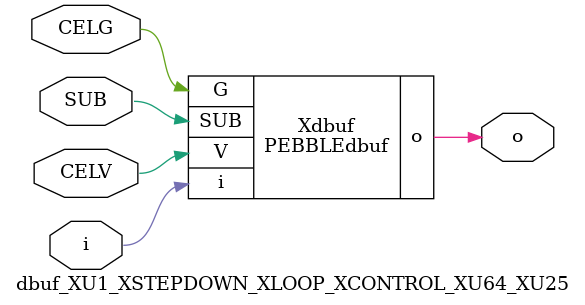
<source format=v>



module PEBBLEdbuf ( o, G, SUB, V, i );

  input V;
  input i;
  input G;
  output o;
  input SUB;
endmodule

//Celera Confidential Do Not Copy dbuf_XU1_XSTEPDOWN_XLOOP_XCONTROL_XU64_XU25
//Celera Confidential Symbol Generator
//Digital Buffer
module dbuf_XU1_XSTEPDOWN_XLOOP_XCONTROL_XU64_XU25 (CELV,CELG,i,o,SUB);
input CELV;
input CELG;
input i;
input SUB;
output o;

//Celera Confidential Do Not Copy dbuf
PEBBLEdbuf Xdbuf(
.V (CELV),
.i (i),
.o (o),
.SUB (SUB),
.G (CELG)
);
//,diesize,PEBBLEdbuf

//Celera Confidential Do Not Copy Module End
//Celera Schematic Generator
endmodule

</source>
